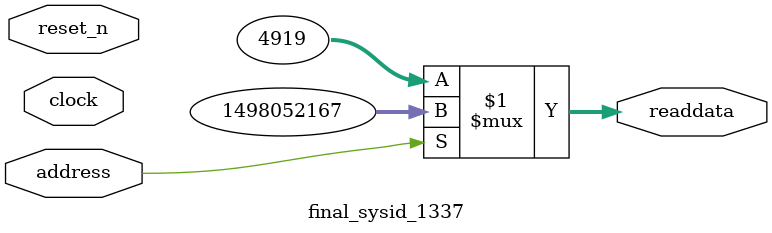
<source format=v>

`timescale 1ns / 1ps
// synthesis translate_on

// turn off superfluous verilog processor warnings 
// altera message_level Level1 
// altera message_off 10034 10035 10036 10037 10230 10240 10030 

module final_sysid_1337 (
               // inputs:
                address,
                clock,
                reset_n,

               // outputs:
                readdata
             )
;

  output  [ 31: 0] readdata;
  input            address;
  input            clock;
  input            reset_n;

  wire    [ 31: 0] readdata;
  //control_slave, which is an e_avalon_slave
  assign readdata = address ? 1498052167 : 4919;

endmodule




</source>
